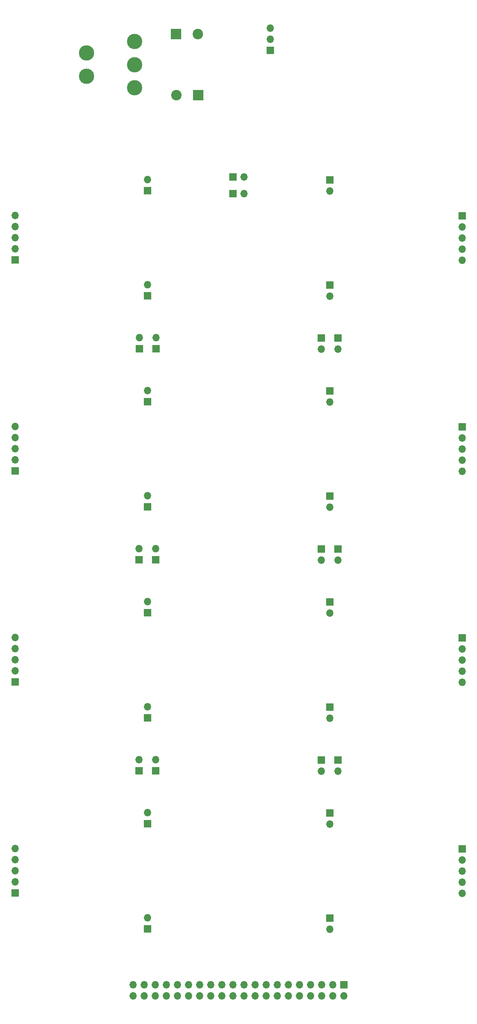
<source format=gbr>
%TF.GenerationSoftware,KiCad,Pcbnew,5.1.12-84ad8e8a86~92~ubuntu20.04.1*%
%TF.CreationDate,2022-02-17T19:20:54-05:00*%
%TF.ProjectId,emg-filter,656d672d-6669-46c7-9465-722e6b696361,rev?*%
%TF.SameCoordinates,Original*%
%TF.FileFunction,Soldermask,Bot*%
%TF.FilePolarity,Negative*%
%FSLAX46Y46*%
G04 Gerber Fmt 4.6, Leading zero omitted, Abs format (unit mm)*
G04 Created by KiCad (PCBNEW 5.1.12-84ad8e8a86~92~ubuntu20.04.1) date 2022-02-17 19:20:54*
%MOMM*%
%LPD*%
G01*
G04 APERTURE LIST*
%ADD10R,1.700000X1.700000*%
%ADD11O,1.700000X1.700000*%
%ADD12C,3.500000*%
%ADD13R,2.400000X2.400000*%
%ADD14C,2.400000*%
G04 APERTURE END LIST*
D10*
%TO.C,J15*%
X131624000Y-39342000D03*
D11*
X131624000Y-41882000D03*
%TD*%
D10*
%TO.C,J13*%
X131624000Y-15292000D03*
D11*
X131624000Y-17832000D03*
%TD*%
D10*
%TO.C,RV1*%
X117983000Y14351000D03*
D11*
X117983000Y16891000D03*
X117983000Y19431000D03*
%TD*%
%TO.C,J41*%
X133524000Y-150552000D03*
D10*
X133524000Y-148012000D03*
%TD*%
D11*
%TO.C,J40*%
X129724000Y-150552000D03*
D10*
X129724000Y-148012000D03*
%TD*%
%TO.C,J39*%
X133524000Y-99752000D03*
D11*
X133524000Y-102292000D03*
%TD*%
D10*
%TO.C,J38*%
X129724000Y-99752000D03*
D11*
X129724000Y-102292000D03*
%TD*%
D10*
%TO.C,J37*%
X133524000Y-51492000D03*
D11*
X133524000Y-54032000D03*
%TD*%
D10*
%TO.C,J36*%
X129724000Y-51492000D03*
D11*
X129724000Y-54032000D03*
%TD*%
D10*
%TO.C,J35*%
X109474000Y-14657000D03*
D11*
X112014000Y-14657000D03*
%TD*%
D10*
%TO.C,J34*%
X109474000Y-18415000D03*
D11*
X112014000Y-18415000D03*
%TD*%
D10*
%TO.C,J33*%
X91814000Y-53908000D03*
D11*
X91814000Y-51368000D03*
%TD*%
D10*
%TO.C,J32*%
X88064000Y-53908000D03*
D11*
X88064000Y-51368000D03*
%TD*%
D10*
%TO.C,J31*%
X91764000Y-102178000D03*
D11*
X91764000Y-99638000D03*
%TD*%
%TO.C,J30*%
X87964000Y-99638000D03*
D10*
X87964000Y-102178000D03*
%TD*%
%TO.C,J29*%
X91764000Y-150438000D03*
D11*
X91764000Y-147898000D03*
%TD*%
D10*
%TO.C,J28*%
X87964000Y-150438000D03*
D11*
X87964000Y-147898000D03*
%TD*%
%TO.C,J27*%
X131624000Y-186662000D03*
D10*
X131624000Y-184122000D03*
%TD*%
D11*
%TO.C,J26*%
X161924000Y-178452000D03*
X161924000Y-175912000D03*
X161924000Y-173372000D03*
X161924000Y-170832000D03*
D10*
X161924000Y-168292000D03*
%TD*%
%TO.C,J25*%
X131624000Y-160072000D03*
D11*
X131624000Y-162612000D03*
%TD*%
D10*
%TO.C,J24*%
X131624000Y-135862000D03*
D11*
X131624000Y-138402000D03*
%TD*%
D10*
%TO.C,J23*%
X161924000Y-120032000D03*
D11*
X161924000Y-122572000D03*
X161924000Y-125112000D03*
X161924000Y-127652000D03*
X161924000Y-130192000D03*
%TD*%
D10*
%TO.C,J22*%
X131624000Y-111812000D03*
D11*
X131624000Y-114352000D03*
%TD*%
%TO.C,J21*%
X131624000Y-90142000D03*
D10*
X131624000Y-87602000D03*
%TD*%
D11*
%TO.C,J20*%
X161924000Y-81932000D03*
X161924000Y-79392000D03*
X161924000Y-76852000D03*
X161924000Y-74312000D03*
D10*
X161924000Y-71772000D03*
%TD*%
D11*
%TO.C,J19*%
X131624000Y-66092000D03*
D10*
X131624000Y-63552000D03*
%TD*%
%TO.C,J18*%
X89864000Y-17808000D03*
D11*
X89864000Y-15268000D03*
%TD*%
D10*
%TO.C,J17*%
X59564000Y-33638000D03*
D11*
X59564000Y-31098000D03*
X59564000Y-28558000D03*
X59564000Y-26018000D03*
X59564000Y-23478000D03*
%TD*%
D10*
%TO.C,J16*%
X89864000Y-41858000D03*
D11*
X89864000Y-39318000D03*
%TD*%
D10*
%TO.C,J14*%
X161924000Y-23512000D03*
D11*
X161924000Y-26052000D03*
X161924000Y-28592000D03*
X161924000Y-31132000D03*
X161924000Y-33672000D03*
%TD*%
%TO.C,J12*%
X89864000Y-63528000D03*
D10*
X89864000Y-66068000D03*
%TD*%
D11*
%TO.C,J11*%
X59564000Y-71738000D03*
X59564000Y-74278000D03*
X59564000Y-76818000D03*
X59564000Y-79358000D03*
D10*
X59564000Y-81898000D03*
%TD*%
D11*
%TO.C,J10*%
X89864000Y-87578000D03*
D10*
X89864000Y-90118000D03*
%TD*%
D11*
%TO.C,J9*%
X89864000Y-160048000D03*
D10*
X89864000Y-162588000D03*
%TD*%
D11*
%TO.C,J8*%
X59564000Y-168258000D03*
X59564000Y-170798000D03*
X59564000Y-173338000D03*
X59564000Y-175878000D03*
D10*
X59564000Y-178418000D03*
%TD*%
%TO.C,J7*%
X89864000Y-186638000D03*
D11*
X89864000Y-184098000D03*
%TD*%
D10*
%TO.C,J6*%
X89864000Y-114328000D03*
D11*
X89864000Y-111788000D03*
%TD*%
%TO.C,J5*%
X59564000Y-119998000D03*
X59564000Y-122538000D03*
X59564000Y-125078000D03*
X59564000Y-127618000D03*
D10*
X59564000Y-130158000D03*
%TD*%
%TO.C,J4*%
X89864000Y-138378000D03*
D11*
X89864000Y-135838000D03*
%TD*%
%TO.C,J3*%
X86614000Y-201930000D03*
X86614000Y-199390000D03*
X89154000Y-201930000D03*
X89154000Y-199390000D03*
X91694000Y-201930000D03*
X91694000Y-199390000D03*
X94234000Y-201930000D03*
X94234000Y-199390000D03*
X96774000Y-201930000D03*
X96774000Y-199390000D03*
X99314000Y-201930000D03*
X99314000Y-199390000D03*
X101854000Y-201930000D03*
X101854000Y-199390000D03*
X104394000Y-201930000D03*
X104394000Y-199390000D03*
X106934000Y-201930000D03*
X106934000Y-199390000D03*
X109474000Y-201930000D03*
X109474000Y-199390000D03*
X112014000Y-201930000D03*
X112014000Y-199390000D03*
X114554000Y-201930000D03*
X114554000Y-199390000D03*
X117094000Y-201930000D03*
X117094000Y-199390000D03*
X119634000Y-201930000D03*
X119634000Y-199390000D03*
X122174000Y-201930000D03*
X122174000Y-199390000D03*
X124714000Y-201930000D03*
X124714000Y-199390000D03*
X127254000Y-201930000D03*
X127254000Y-199390000D03*
X129794000Y-201930000D03*
X129794000Y-199390000D03*
X132334000Y-201930000D03*
X132334000Y-199390000D03*
X134874000Y-201930000D03*
D10*
X134874000Y-199390000D03*
%TD*%
D12*
%TO.C,J2*%
X86916917Y16324000D03*
X86916917Y11049000D03*
X86916917Y5774000D03*
%TD*%
%TO.C,J1*%
X75946000Y8382000D03*
X75946000Y13682000D03*
%TD*%
D13*
%TO.C,C9*%
X101473000Y4064000D03*
D14*
X96473000Y4064000D03*
%TD*%
D13*
%TO.C,C1*%
X96393000Y18034000D03*
D14*
X101393000Y18034000D03*
%TD*%
M02*

</source>
